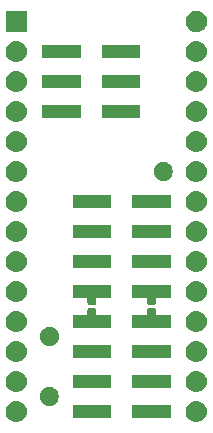
<source format=gbs>
G04 #@! TF.GenerationSoftware,KiCad,Pcbnew,(5.1.4-0-10_14)*
G04 #@! TF.CreationDate,2019-09-22T15:54:42+02:00*
G04 #@! TF.ProjectId,TinyFPGA-UP,54696e79-4650-4474-912d-55502e6b6963,A*
G04 #@! TF.SameCoordinates,Original*
G04 #@! TF.FileFunction,Soldermask,Bot*
G04 #@! TF.FilePolarity,Negative*
%FSLAX46Y46*%
G04 Gerber Fmt 4.6, Leading zero omitted, Abs format (unit mm)*
G04 Created by KiCad (PCBNEW (5.1.4-0-10_14)) date 2019-09-22 15:54:42*
%MOMM*%
%LPD*%
G04 APERTURE LIST*
%ADD10C,0.100000*%
G04 APERTURE END LIST*
D10*
G36*
X158932584Y-129931333D02*
G01*
X158932587Y-129931334D01*
X158932588Y-129931334D01*
X159102389Y-129982843D01*
X159149861Y-130008217D01*
X159258881Y-130066489D01*
X159396044Y-130179056D01*
X159508611Y-130316219D01*
X159566883Y-130425239D01*
X159592257Y-130472711D01*
X159643766Y-130642512D01*
X159643767Y-130642516D01*
X159661159Y-130819100D01*
X159643767Y-130995684D01*
X159643766Y-130995687D01*
X159643766Y-130995688D01*
X159592257Y-131165489D01*
X159592256Y-131165490D01*
X159508611Y-131321981D01*
X159396044Y-131459144D01*
X159258881Y-131571711D01*
X159149861Y-131629983D01*
X159102389Y-131655357D01*
X158932588Y-131706866D01*
X158932587Y-131706866D01*
X158932584Y-131706867D01*
X158800255Y-131719900D01*
X158711745Y-131719900D01*
X158579416Y-131706867D01*
X158579413Y-131706866D01*
X158579412Y-131706866D01*
X158409611Y-131655357D01*
X158362139Y-131629983D01*
X158253119Y-131571711D01*
X158115956Y-131459144D01*
X158003389Y-131321981D01*
X157919744Y-131165490D01*
X157919743Y-131165489D01*
X157868234Y-130995688D01*
X157868234Y-130995687D01*
X157868233Y-130995684D01*
X157850841Y-130819100D01*
X157868233Y-130642516D01*
X157868234Y-130642512D01*
X157919743Y-130472711D01*
X157945117Y-130425239D01*
X158003389Y-130316219D01*
X158115956Y-130179056D01*
X158253119Y-130066489D01*
X158362139Y-130008217D01*
X158409611Y-129982843D01*
X158579412Y-129931334D01*
X158579413Y-129931334D01*
X158579416Y-129931333D01*
X158711745Y-129918300D01*
X158800255Y-129918300D01*
X158932584Y-129931333D01*
X158932584Y-129931333D01*
G37*
G36*
X143692584Y-129931333D02*
G01*
X143692587Y-129931334D01*
X143692588Y-129931334D01*
X143862389Y-129982843D01*
X143909861Y-130008217D01*
X144018881Y-130066489D01*
X144156044Y-130179056D01*
X144268611Y-130316219D01*
X144326883Y-130425239D01*
X144352257Y-130472711D01*
X144403766Y-130642512D01*
X144403767Y-130642516D01*
X144421159Y-130819100D01*
X144403767Y-130995684D01*
X144403766Y-130995687D01*
X144403766Y-130995688D01*
X144352257Y-131165489D01*
X144352256Y-131165490D01*
X144268611Y-131321981D01*
X144156044Y-131459144D01*
X144018881Y-131571711D01*
X143909861Y-131629983D01*
X143862389Y-131655357D01*
X143692588Y-131706866D01*
X143692587Y-131706866D01*
X143692584Y-131706867D01*
X143560255Y-131719900D01*
X143471745Y-131719900D01*
X143339416Y-131706867D01*
X143339413Y-131706866D01*
X143339412Y-131706866D01*
X143169611Y-131655357D01*
X143122139Y-131629983D01*
X143013119Y-131571711D01*
X142875956Y-131459144D01*
X142763389Y-131321981D01*
X142679744Y-131165490D01*
X142679743Y-131165489D01*
X142628234Y-130995688D01*
X142628234Y-130995687D01*
X142628233Y-130995684D01*
X142610841Y-130819100D01*
X142628233Y-130642516D01*
X142628234Y-130642512D01*
X142679743Y-130472711D01*
X142705117Y-130425239D01*
X142763389Y-130316219D01*
X142875956Y-130179056D01*
X143013119Y-130066489D01*
X143122139Y-130008217D01*
X143169611Y-129982843D01*
X143339412Y-129931334D01*
X143339413Y-129931334D01*
X143339416Y-129931333D01*
X143471745Y-129918300D01*
X143560255Y-129918300D01*
X143692584Y-129931333D01*
X143692584Y-129931333D01*
G37*
G36*
X156581800Y-131369900D02*
G01*
X153330200Y-131369900D01*
X153330200Y-130268300D01*
X156581800Y-130268300D01*
X156581800Y-131369900D01*
X156581800Y-131369900D01*
G37*
G36*
X151531800Y-131369900D02*
G01*
X148280200Y-131369900D01*
X148280200Y-130268300D01*
X151531800Y-130268300D01*
X151531800Y-131369900D01*
X151531800Y-131369900D01*
G37*
G36*
X146543585Y-128779074D02*
G01*
X146689322Y-128839439D01*
X146820482Y-128927078D01*
X146932022Y-129038618D01*
X147019661Y-129169778D01*
X147080026Y-129315515D01*
X147110800Y-129470228D01*
X147110800Y-129627972D01*
X147080026Y-129782685D01*
X147019661Y-129928422D01*
X146932022Y-130059582D01*
X146820482Y-130171122D01*
X146689322Y-130258761D01*
X146543585Y-130319126D01*
X146388872Y-130349900D01*
X146231128Y-130349900D01*
X146076415Y-130319126D01*
X145930678Y-130258761D01*
X145799518Y-130171122D01*
X145687978Y-130059582D01*
X145600339Y-129928422D01*
X145539974Y-129782685D01*
X145509200Y-129627972D01*
X145509200Y-129470228D01*
X145539974Y-129315515D01*
X145600339Y-129169778D01*
X145687978Y-129038618D01*
X145799518Y-128927078D01*
X145930678Y-128839439D01*
X146076415Y-128779074D01*
X146231128Y-128748300D01*
X146388872Y-128748300D01*
X146543585Y-128779074D01*
X146543585Y-128779074D01*
G37*
G36*
X158932584Y-127391333D02*
G01*
X158932587Y-127391334D01*
X158932588Y-127391334D01*
X159102389Y-127442843D01*
X159149861Y-127468217D01*
X159258881Y-127526489D01*
X159396044Y-127639056D01*
X159508611Y-127776219D01*
X159566883Y-127885239D01*
X159592257Y-127932711D01*
X159643766Y-128102512D01*
X159643767Y-128102516D01*
X159661159Y-128279100D01*
X159643767Y-128455684D01*
X159643766Y-128455687D01*
X159643766Y-128455688D01*
X159592257Y-128625489D01*
X159592256Y-128625490D01*
X159508611Y-128781981D01*
X159396044Y-128919144D01*
X159258881Y-129031711D01*
X159149861Y-129089983D01*
X159102389Y-129115357D01*
X158932588Y-129166866D01*
X158932587Y-129166866D01*
X158932584Y-129166867D01*
X158800255Y-129179900D01*
X158711745Y-129179900D01*
X158579416Y-129166867D01*
X158579413Y-129166866D01*
X158579412Y-129166866D01*
X158409611Y-129115357D01*
X158362139Y-129089983D01*
X158253119Y-129031711D01*
X158115956Y-128919144D01*
X158003389Y-128781981D01*
X157919744Y-128625490D01*
X157919743Y-128625489D01*
X157868234Y-128455688D01*
X157868234Y-128455687D01*
X157868233Y-128455684D01*
X157850841Y-128279100D01*
X157868233Y-128102516D01*
X157868234Y-128102512D01*
X157919743Y-127932711D01*
X157945117Y-127885239D01*
X158003389Y-127776219D01*
X158115956Y-127639056D01*
X158253119Y-127526489D01*
X158362139Y-127468217D01*
X158409611Y-127442843D01*
X158579412Y-127391334D01*
X158579413Y-127391334D01*
X158579416Y-127391333D01*
X158711745Y-127378300D01*
X158800255Y-127378300D01*
X158932584Y-127391333D01*
X158932584Y-127391333D01*
G37*
G36*
X143692584Y-127391333D02*
G01*
X143692587Y-127391334D01*
X143692588Y-127391334D01*
X143862389Y-127442843D01*
X143909861Y-127468217D01*
X144018881Y-127526489D01*
X144156044Y-127639056D01*
X144268611Y-127776219D01*
X144326883Y-127885239D01*
X144352257Y-127932711D01*
X144403766Y-128102512D01*
X144403767Y-128102516D01*
X144421159Y-128279100D01*
X144403767Y-128455684D01*
X144403766Y-128455687D01*
X144403766Y-128455688D01*
X144352257Y-128625489D01*
X144352256Y-128625490D01*
X144268611Y-128781981D01*
X144156044Y-128919144D01*
X144018881Y-129031711D01*
X143909861Y-129089983D01*
X143862389Y-129115357D01*
X143692588Y-129166866D01*
X143692587Y-129166866D01*
X143692584Y-129166867D01*
X143560255Y-129179900D01*
X143471745Y-129179900D01*
X143339416Y-129166867D01*
X143339413Y-129166866D01*
X143339412Y-129166866D01*
X143169611Y-129115357D01*
X143122139Y-129089983D01*
X143013119Y-129031711D01*
X142875956Y-128919144D01*
X142763389Y-128781981D01*
X142679744Y-128625490D01*
X142679743Y-128625489D01*
X142628234Y-128455688D01*
X142628234Y-128455687D01*
X142628233Y-128455684D01*
X142610841Y-128279100D01*
X142628233Y-128102516D01*
X142628234Y-128102512D01*
X142679743Y-127932711D01*
X142705117Y-127885239D01*
X142763389Y-127776219D01*
X142875956Y-127639056D01*
X143013119Y-127526489D01*
X143122139Y-127468217D01*
X143169611Y-127442843D01*
X143339412Y-127391334D01*
X143339413Y-127391334D01*
X143339416Y-127391333D01*
X143471745Y-127378300D01*
X143560255Y-127378300D01*
X143692584Y-127391333D01*
X143692584Y-127391333D01*
G37*
G36*
X156581800Y-128829900D02*
G01*
X153330200Y-128829900D01*
X153330200Y-127728300D01*
X156581800Y-127728300D01*
X156581800Y-128829900D01*
X156581800Y-128829900D01*
G37*
G36*
X151531800Y-128829900D02*
G01*
X148280200Y-128829900D01*
X148280200Y-127728300D01*
X151531800Y-127728300D01*
X151531800Y-128829900D01*
X151531800Y-128829900D01*
G37*
G36*
X143692584Y-124851333D02*
G01*
X143692587Y-124851334D01*
X143692588Y-124851334D01*
X143862389Y-124902843D01*
X143909861Y-124928217D01*
X144018881Y-124986489D01*
X144156044Y-125099056D01*
X144268611Y-125236219D01*
X144326883Y-125345239D01*
X144352257Y-125392711D01*
X144403766Y-125562512D01*
X144403767Y-125562516D01*
X144421159Y-125739100D01*
X144403767Y-125915684D01*
X144403766Y-125915687D01*
X144403766Y-125915688D01*
X144352257Y-126085489D01*
X144352256Y-126085490D01*
X144268611Y-126241981D01*
X144156044Y-126379144D01*
X144018881Y-126491711D01*
X143909861Y-126549983D01*
X143862389Y-126575357D01*
X143692588Y-126626866D01*
X143692587Y-126626866D01*
X143692584Y-126626867D01*
X143560255Y-126639900D01*
X143471745Y-126639900D01*
X143339416Y-126626867D01*
X143339413Y-126626866D01*
X143339412Y-126626866D01*
X143169611Y-126575357D01*
X143122139Y-126549983D01*
X143013119Y-126491711D01*
X142875956Y-126379144D01*
X142763389Y-126241981D01*
X142679744Y-126085490D01*
X142679743Y-126085489D01*
X142628234Y-125915688D01*
X142628234Y-125915687D01*
X142628233Y-125915684D01*
X142610841Y-125739100D01*
X142628233Y-125562516D01*
X142628234Y-125562512D01*
X142679743Y-125392711D01*
X142705117Y-125345239D01*
X142763389Y-125236219D01*
X142875956Y-125099056D01*
X143013119Y-124986489D01*
X143122139Y-124928217D01*
X143169611Y-124902843D01*
X143339412Y-124851334D01*
X143339413Y-124851334D01*
X143339416Y-124851333D01*
X143471745Y-124838300D01*
X143560255Y-124838300D01*
X143692584Y-124851333D01*
X143692584Y-124851333D01*
G37*
G36*
X158932584Y-124851333D02*
G01*
X158932587Y-124851334D01*
X158932588Y-124851334D01*
X159102389Y-124902843D01*
X159149861Y-124928217D01*
X159258881Y-124986489D01*
X159396044Y-125099056D01*
X159508611Y-125236219D01*
X159566883Y-125345239D01*
X159592257Y-125392711D01*
X159643766Y-125562512D01*
X159643767Y-125562516D01*
X159661159Y-125739100D01*
X159643767Y-125915684D01*
X159643766Y-125915687D01*
X159643766Y-125915688D01*
X159592257Y-126085489D01*
X159592256Y-126085490D01*
X159508611Y-126241981D01*
X159396044Y-126379144D01*
X159258881Y-126491711D01*
X159149861Y-126549983D01*
X159102389Y-126575357D01*
X158932588Y-126626866D01*
X158932587Y-126626866D01*
X158932584Y-126626867D01*
X158800255Y-126639900D01*
X158711745Y-126639900D01*
X158579416Y-126626867D01*
X158579413Y-126626866D01*
X158579412Y-126626866D01*
X158409611Y-126575357D01*
X158362139Y-126549983D01*
X158253119Y-126491711D01*
X158115956Y-126379144D01*
X158003389Y-126241981D01*
X157919744Y-126085490D01*
X157919743Y-126085489D01*
X157868234Y-125915688D01*
X157868234Y-125915687D01*
X157868233Y-125915684D01*
X157850841Y-125739100D01*
X157868233Y-125562516D01*
X157868234Y-125562512D01*
X157919743Y-125392711D01*
X157945117Y-125345239D01*
X158003389Y-125236219D01*
X158115956Y-125099056D01*
X158253119Y-124986489D01*
X158362139Y-124928217D01*
X158409611Y-124902843D01*
X158579412Y-124851334D01*
X158579413Y-124851334D01*
X158579416Y-124851333D01*
X158711745Y-124838300D01*
X158800255Y-124838300D01*
X158932584Y-124851333D01*
X158932584Y-124851333D01*
G37*
G36*
X156581800Y-126289900D02*
G01*
X153330200Y-126289900D01*
X153330200Y-125188300D01*
X156581800Y-125188300D01*
X156581800Y-126289900D01*
X156581800Y-126289900D01*
G37*
G36*
X151531800Y-126289900D02*
G01*
X148280200Y-126289900D01*
X148280200Y-125188300D01*
X151531800Y-125188300D01*
X151531800Y-126289900D01*
X151531800Y-126289900D01*
G37*
G36*
X146563585Y-123699884D02*
G01*
X146709322Y-123760249D01*
X146840482Y-123847888D01*
X146952022Y-123959428D01*
X147039661Y-124090588D01*
X147100026Y-124236325D01*
X147130800Y-124391038D01*
X147130800Y-124548782D01*
X147100026Y-124703495D01*
X147039661Y-124849232D01*
X146952022Y-124980392D01*
X146840482Y-125091932D01*
X146709322Y-125179571D01*
X146572559Y-125236219D01*
X146563585Y-125239936D01*
X146408872Y-125270710D01*
X146251128Y-125270710D01*
X146096415Y-125239936D01*
X146087441Y-125236219D01*
X145950678Y-125179571D01*
X145819518Y-125091932D01*
X145707978Y-124980392D01*
X145620339Y-124849232D01*
X145559974Y-124703495D01*
X145529200Y-124548782D01*
X145529200Y-124391038D01*
X145559974Y-124236325D01*
X145620339Y-124090588D01*
X145707978Y-123959428D01*
X145819518Y-123847888D01*
X145950678Y-123760249D01*
X146096415Y-123699884D01*
X146251128Y-123669110D01*
X146408872Y-123669110D01*
X146563585Y-123699884D01*
X146563585Y-123699884D01*
G37*
G36*
X158932584Y-122311333D02*
G01*
X158932587Y-122311334D01*
X158932588Y-122311334D01*
X159102389Y-122362843D01*
X159149861Y-122388217D01*
X159258881Y-122446489D01*
X159396044Y-122559056D01*
X159508611Y-122696219D01*
X159566883Y-122805239D01*
X159592257Y-122852711D01*
X159643766Y-123022512D01*
X159643767Y-123022516D01*
X159661159Y-123199100D01*
X159643767Y-123375684D01*
X159643766Y-123375687D01*
X159643766Y-123375688D01*
X159592257Y-123545489D01*
X159592256Y-123545490D01*
X159508611Y-123701981D01*
X159396044Y-123839144D01*
X159258881Y-123951711D01*
X159149861Y-124009983D01*
X159102389Y-124035357D01*
X158932588Y-124086866D01*
X158932587Y-124086866D01*
X158932584Y-124086867D01*
X158800255Y-124099900D01*
X158711745Y-124099900D01*
X158579416Y-124086867D01*
X158579413Y-124086866D01*
X158579412Y-124086866D01*
X158409611Y-124035357D01*
X158362139Y-124009983D01*
X158253119Y-123951711D01*
X158115956Y-123839144D01*
X158003389Y-123701981D01*
X157919744Y-123545490D01*
X157919743Y-123545489D01*
X157868234Y-123375688D01*
X157868234Y-123375687D01*
X157868233Y-123375684D01*
X157850841Y-123199100D01*
X157868233Y-123022516D01*
X157868234Y-123022512D01*
X157919743Y-122852711D01*
X157945117Y-122805239D01*
X158003389Y-122696219D01*
X158115956Y-122559056D01*
X158253119Y-122446489D01*
X158362139Y-122388217D01*
X158409611Y-122362843D01*
X158579412Y-122311334D01*
X158579413Y-122311334D01*
X158579416Y-122311333D01*
X158711745Y-122298300D01*
X158800255Y-122298300D01*
X158932584Y-122311333D01*
X158932584Y-122311333D01*
G37*
G36*
X143692584Y-122311333D02*
G01*
X143692587Y-122311334D01*
X143692588Y-122311334D01*
X143862389Y-122362843D01*
X143909861Y-122388217D01*
X144018881Y-122446489D01*
X144156044Y-122559056D01*
X144268611Y-122696219D01*
X144326883Y-122805239D01*
X144352257Y-122852711D01*
X144403766Y-123022512D01*
X144403767Y-123022516D01*
X144421159Y-123199100D01*
X144403767Y-123375684D01*
X144403766Y-123375687D01*
X144403766Y-123375688D01*
X144352257Y-123545489D01*
X144352256Y-123545490D01*
X144268611Y-123701981D01*
X144156044Y-123839144D01*
X144018881Y-123951711D01*
X143909861Y-124009983D01*
X143862389Y-124035357D01*
X143692588Y-124086866D01*
X143692587Y-124086866D01*
X143692584Y-124086867D01*
X143560255Y-124099900D01*
X143471745Y-124099900D01*
X143339416Y-124086867D01*
X143339413Y-124086866D01*
X143339412Y-124086866D01*
X143169611Y-124035357D01*
X143122139Y-124009983D01*
X143013119Y-123951711D01*
X142875956Y-123839144D01*
X142763389Y-123701981D01*
X142679744Y-123545490D01*
X142679743Y-123545489D01*
X142628234Y-123375688D01*
X142628234Y-123375687D01*
X142628233Y-123375684D01*
X142610841Y-123199100D01*
X142628233Y-123022516D01*
X142628234Y-123022512D01*
X142679743Y-122852711D01*
X142705117Y-122805239D01*
X142763389Y-122696219D01*
X142875956Y-122559056D01*
X143013119Y-122446489D01*
X143122139Y-122388217D01*
X143169611Y-122362843D01*
X143339412Y-122311334D01*
X143339413Y-122311334D01*
X143339416Y-122311333D01*
X143471745Y-122298300D01*
X143560255Y-122298300D01*
X143692584Y-122311333D01*
X143692584Y-122311333D01*
G37*
G36*
X150162027Y-122072275D02*
G01*
X150189650Y-122080654D01*
X150215113Y-122094264D01*
X150237425Y-122112575D01*
X150255736Y-122134887D01*
X150269346Y-122160350D01*
X150277725Y-122187973D01*
X150280800Y-122219191D01*
X150280800Y-122597501D01*
X150281776Y-122607411D01*
X150284667Y-122616941D01*
X150289361Y-122625723D01*
X150295679Y-122633421D01*
X150303377Y-122639739D01*
X150312159Y-122644433D01*
X150321689Y-122647324D01*
X150331599Y-122648300D01*
X151531800Y-122648300D01*
X151531800Y-123749900D01*
X148280200Y-123749900D01*
X148280200Y-122648300D01*
X149488401Y-122648300D01*
X149498311Y-122647324D01*
X149507841Y-122644433D01*
X149516623Y-122639739D01*
X149524321Y-122633421D01*
X149530639Y-122625723D01*
X149535333Y-122616941D01*
X149538224Y-122607411D01*
X149539200Y-122597501D01*
X149539200Y-122219191D01*
X149542275Y-122187973D01*
X149550654Y-122160350D01*
X149564264Y-122134887D01*
X149582575Y-122112575D01*
X149604887Y-122094264D01*
X149630350Y-122080654D01*
X149657973Y-122072275D01*
X149689191Y-122069200D01*
X150130809Y-122069200D01*
X150162027Y-122072275D01*
X150162027Y-122072275D01*
G37*
G36*
X155212027Y-122072275D02*
G01*
X155239650Y-122080654D01*
X155265113Y-122094264D01*
X155287425Y-122112575D01*
X155305736Y-122134887D01*
X155319346Y-122160350D01*
X155327725Y-122187973D01*
X155330800Y-122219191D01*
X155330800Y-122597501D01*
X155331776Y-122607411D01*
X155334667Y-122616941D01*
X155339361Y-122625723D01*
X155345679Y-122633421D01*
X155353377Y-122639739D01*
X155362159Y-122644433D01*
X155371689Y-122647324D01*
X155381599Y-122648300D01*
X156581800Y-122648300D01*
X156581800Y-123749900D01*
X153330200Y-123749900D01*
X153330200Y-122648300D01*
X154538401Y-122648300D01*
X154548311Y-122647324D01*
X154557841Y-122644433D01*
X154566623Y-122639739D01*
X154574321Y-122633421D01*
X154580639Y-122625723D01*
X154585333Y-122616941D01*
X154588224Y-122607411D01*
X154589200Y-122597501D01*
X154589200Y-122219191D01*
X154592275Y-122187973D01*
X154600654Y-122160350D01*
X154614264Y-122134887D01*
X154632575Y-122112575D01*
X154654887Y-122094264D01*
X154680350Y-122080654D01*
X154707973Y-122072275D01*
X154739191Y-122069200D01*
X155180809Y-122069200D01*
X155212027Y-122072275D01*
X155212027Y-122072275D01*
G37*
G36*
X151531800Y-121209900D02*
G01*
X150331599Y-121209900D01*
X150321689Y-121210876D01*
X150312159Y-121213767D01*
X150303377Y-121218461D01*
X150295679Y-121224779D01*
X150289361Y-121232477D01*
X150284667Y-121241259D01*
X150281776Y-121250789D01*
X150280800Y-121260699D01*
X150280800Y-121640809D01*
X150277725Y-121672027D01*
X150269346Y-121699650D01*
X150255736Y-121725113D01*
X150237425Y-121747425D01*
X150215113Y-121765736D01*
X150189650Y-121779346D01*
X150162027Y-121787725D01*
X150130809Y-121790800D01*
X149689191Y-121790800D01*
X149657973Y-121787725D01*
X149630350Y-121779346D01*
X149604887Y-121765736D01*
X149582575Y-121747425D01*
X149564264Y-121725113D01*
X149550654Y-121699650D01*
X149542275Y-121672027D01*
X149539200Y-121640809D01*
X149539200Y-121260699D01*
X149538224Y-121250789D01*
X149535333Y-121241259D01*
X149530639Y-121232477D01*
X149524321Y-121224779D01*
X149516623Y-121218461D01*
X149507841Y-121213767D01*
X149498311Y-121210876D01*
X149488401Y-121209900D01*
X148280200Y-121209900D01*
X148280200Y-120108300D01*
X151531800Y-120108300D01*
X151531800Y-121209900D01*
X151531800Y-121209900D01*
G37*
G36*
X156581800Y-121209900D02*
G01*
X155381599Y-121209900D01*
X155371689Y-121210876D01*
X155362159Y-121213767D01*
X155353377Y-121218461D01*
X155345679Y-121224779D01*
X155339361Y-121232477D01*
X155334667Y-121241259D01*
X155331776Y-121250789D01*
X155330800Y-121260699D01*
X155330800Y-121640809D01*
X155327725Y-121672027D01*
X155319346Y-121699650D01*
X155305736Y-121725113D01*
X155287425Y-121747425D01*
X155265113Y-121765736D01*
X155239650Y-121779346D01*
X155212027Y-121787725D01*
X155180809Y-121790800D01*
X154739191Y-121790800D01*
X154707973Y-121787725D01*
X154680350Y-121779346D01*
X154654887Y-121765736D01*
X154632575Y-121747425D01*
X154614264Y-121725113D01*
X154600654Y-121699650D01*
X154592275Y-121672027D01*
X154589200Y-121640809D01*
X154589200Y-121260699D01*
X154588224Y-121250789D01*
X154585333Y-121241259D01*
X154580639Y-121232477D01*
X154574321Y-121224779D01*
X154566623Y-121218461D01*
X154557841Y-121213767D01*
X154548311Y-121210876D01*
X154538401Y-121209900D01*
X153330200Y-121209900D01*
X153330200Y-120108300D01*
X156581800Y-120108300D01*
X156581800Y-121209900D01*
X156581800Y-121209900D01*
G37*
G36*
X158932584Y-119771333D02*
G01*
X158932587Y-119771334D01*
X158932588Y-119771334D01*
X159102389Y-119822843D01*
X159149861Y-119848217D01*
X159258881Y-119906489D01*
X159396044Y-120019056D01*
X159508611Y-120156219D01*
X159566883Y-120265239D01*
X159592257Y-120312711D01*
X159643766Y-120482512D01*
X159643767Y-120482516D01*
X159661159Y-120659100D01*
X159643767Y-120835684D01*
X159643766Y-120835687D01*
X159643766Y-120835688D01*
X159592257Y-121005489D01*
X159592256Y-121005490D01*
X159508611Y-121161981D01*
X159396044Y-121299144D01*
X159258881Y-121411711D01*
X159149861Y-121469983D01*
X159102389Y-121495357D01*
X158932588Y-121546866D01*
X158932587Y-121546866D01*
X158932584Y-121546867D01*
X158800255Y-121559900D01*
X158711745Y-121559900D01*
X158579416Y-121546867D01*
X158579413Y-121546866D01*
X158579412Y-121546866D01*
X158409611Y-121495357D01*
X158362139Y-121469983D01*
X158253119Y-121411711D01*
X158115956Y-121299144D01*
X158003389Y-121161981D01*
X157919744Y-121005490D01*
X157919743Y-121005489D01*
X157868234Y-120835688D01*
X157868234Y-120835687D01*
X157868233Y-120835684D01*
X157850841Y-120659100D01*
X157868233Y-120482516D01*
X157868234Y-120482512D01*
X157919743Y-120312711D01*
X157945117Y-120265239D01*
X158003389Y-120156219D01*
X158115956Y-120019056D01*
X158253119Y-119906489D01*
X158362139Y-119848217D01*
X158409611Y-119822843D01*
X158579412Y-119771334D01*
X158579413Y-119771334D01*
X158579416Y-119771333D01*
X158711745Y-119758300D01*
X158800255Y-119758300D01*
X158932584Y-119771333D01*
X158932584Y-119771333D01*
G37*
G36*
X143692584Y-119771333D02*
G01*
X143692587Y-119771334D01*
X143692588Y-119771334D01*
X143862389Y-119822843D01*
X143909861Y-119848217D01*
X144018881Y-119906489D01*
X144156044Y-120019056D01*
X144268611Y-120156219D01*
X144326883Y-120265239D01*
X144352257Y-120312711D01*
X144403766Y-120482512D01*
X144403767Y-120482516D01*
X144421159Y-120659100D01*
X144403767Y-120835684D01*
X144403766Y-120835687D01*
X144403766Y-120835688D01*
X144352257Y-121005489D01*
X144352256Y-121005490D01*
X144268611Y-121161981D01*
X144156044Y-121299144D01*
X144018881Y-121411711D01*
X143909861Y-121469983D01*
X143862389Y-121495357D01*
X143692588Y-121546866D01*
X143692587Y-121546866D01*
X143692584Y-121546867D01*
X143560255Y-121559900D01*
X143471745Y-121559900D01*
X143339416Y-121546867D01*
X143339413Y-121546866D01*
X143339412Y-121546866D01*
X143169611Y-121495357D01*
X143122139Y-121469983D01*
X143013119Y-121411711D01*
X142875956Y-121299144D01*
X142763389Y-121161981D01*
X142679744Y-121005490D01*
X142679743Y-121005489D01*
X142628234Y-120835688D01*
X142628234Y-120835687D01*
X142628233Y-120835684D01*
X142610841Y-120659100D01*
X142628233Y-120482516D01*
X142628234Y-120482512D01*
X142679743Y-120312711D01*
X142705117Y-120265239D01*
X142763389Y-120156219D01*
X142875956Y-120019056D01*
X143013119Y-119906489D01*
X143122139Y-119848217D01*
X143169611Y-119822843D01*
X143339412Y-119771334D01*
X143339413Y-119771334D01*
X143339416Y-119771333D01*
X143471745Y-119758300D01*
X143560255Y-119758300D01*
X143692584Y-119771333D01*
X143692584Y-119771333D01*
G37*
G36*
X158932584Y-117231333D02*
G01*
X158932587Y-117231334D01*
X158932588Y-117231334D01*
X159102389Y-117282843D01*
X159149861Y-117308217D01*
X159258881Y-117366489D01*
X159396044Y-117479056D01*
X159508611Y-117616219D01*
X159566883Y-117725239D01*
X159592257Y-117772711D01*
X159643766Y-117942512D01*
X159643767Y-117942516D01*
X159661159Y-118119100D01*
X159643767Y-118295684D01*
X159643766Y-118295687D01*
X159643766Y-118295688D01*
X159592257Y-118465489D01*
X159592256Y-118465490D01*
X159508611Y-118621981D01*
X159396044Y-118759144D01*
X159258881Y-118871711D01*
X159149861Y-118929983D01*
X159102389Y-118955357D01*
X158932588Y-119006866D01*
X158932587Y-119006866D01*
X158932584Y-119006867D01*
X158800255Y-119019900D01*
X158711745Y-119019900D01*
X158579416Y-119006867D01*
X158579413Y-119006866D01*
X158579412Y-119006866D01*
X158409611Y-118955357D01*
X158362139Y-118929983D01*
X158253119Y-118871711D01*
X158115956Y-118759144D01*
X158003389Y-118621981D01*
X157919744Y-118465490D01*
X157919743Y-118465489D01*
X157868234Y-118295688D01*
X157868234Y-118295687D01*
X157868233Y-118295684D01*
X157850841Y-118119100D01*
X157868233Y-117942516D01*
X157868234Y-117942512D01*
X157919743Y-117772711D01*
X157945117Y-117725239D01*
X158003389Y-117616219D01*
X158115956Y-117479056D01*
X158253119Y-117366489D01*
X158362139Y-117308217D01*
X158409611Y-117282843D01*
X158579412Y-117231334D01*
X158579413Y-117231334D01*
X158579416Y-117231333D01*
X158711745Y-117218300D01*
X158800255Y-117218300D01*
X158932584Y-117231333D01*
X158932584Y-117231333D01*
G37*
G36*
X143692584Y-117231333D02*
G01*
X143692587Y-117231334D01*
X143692588Y-117231334D01*
X143862389Y-117282843D01*
X143909861Y-117308217D01*
X144018881Y-117366489D01*
X144156044Y-117479056D01*
X144268611Y-117616219D01*
X144326883Y-117725239D01*
X144352257Y-117772711D01*
X144403766Y-117942512D01*
X144403767Y-117942516D01*
X144421159Y-118119100D01*
X144403767Y-118295684D01*
X144403766Y-118295687D01*
X144403766Y-118295688D01*
X144352257Y-118465489D01*
X144352256Y-118465490D01*
X144268611Y-118621981D01*
X144156044Y-118759144D01*
X144018881Y-118871711D01*
X143909861Y-118929983D01*
X143862389Y-118955357D01*
X143692588Y-119006866D01*
X143692587Y-119006866D01*
X143692584Y-119006867D01*
X143560255Y-119019900D01*
X143471745Y-119019900D01*
X143339416Y-119006867D01*
X143339413Y-119006866D01*
X143339412Y-119006866D01*
X143169611Y-118955357D01*
X143122139Y-118929983D01*
X143013119Y-118871711D01*
X142875956Y-118759144D01*
X142763389Y-118621981D01*
X142679744Y-118465490D01*
X142679743Y-118465489D01*
X142628234Y-118295688D01*
X142628234Y-118295687D01*
X142628233Y-118295684D01*
X142610841Y-118119100D01*
X142628233Y-117942516D01*
X142628234Y-117942512D01*
X142679743Y-117772711D01*
X142705117Y-117725239D01*
X142763389Y-117616219D01*
X142875956Y-117479056D01*
X143013119Y-117366489D01*
X143122139Y-117308217D01*
X143169611Y-117282843D01*
X143339412Y-117231334D01*
X143339413Y-117231334D01*
X143339416Y-117231333D01*
X143471745Y-117218300D01*
X143560255Y-117218300D01*
X143692584Y-117231333D01*
X143692584Y-117231333D01*
G37*
G36*
X151531800Y-118669900D02*
G01*
X148280200Y-118669900D01*
X148280200Y-117568300D01*
X151531800Y-117568300D01*
X151531800Y-118669900D01*
X151531800Y-118669900D01*
G37*
G36*
X156581800Y-118669900D02*
G01*
X153330200Y-118669900D01*
X153330200Y-117568300D01*
X156581800Y-117568300D01*
X156581800Y-118669900D01*
X156581800Y-118669900D01*
G37*
G36*
X143692584Y-114691333D02*
G01*
X143692587Y-114691334D01*
X143692588Y-114691334D01*
X143862389Y-114742843D01*
X143909861Y-114768217D01*
X144018881Y-114826489D01*
X144156044Y-114939056D01*
X144268611Y-115076219D01*
X144326883Y-115185239D01*
X144352257Y-115232711D01*
X144403766Y-115402512D01*
X144403767Y-115402516D01*
X144421159Y-115579100D01*
X144403767Y-115755684D01*
X144403766Y-115755687D01*
X144403766Y-115755688D01*
X144352257Y-115925489D01*
X144352256Y-115925490D01*
X144268611Y-116081981D01*
X144156044Y-116219144D01*
X144018881Y-116331711D01*
X143909861Y-116389983D01*
X143862389Y-116415357D01*
X143692588Y-116466866D01*
X143692587Y-116466866D01*
X143692584Y-116466867D01*
X143560255Y-116479900D01*
X143471745Y-116479900D01*
X143339416Y-116466867D01*
X143339413Y-116466866D01*
X143339412Y-116466866D01*
X143169611Y-116415357D01*
X143122139Y-116389983D01*
X143013119Y-116331711D01*
X142875956Y-116219144D01*
X142763389Y-116081981D01*
X142679744Y-115925490D01*
X142679743Y-115925489D01*
X142628234Y-115755688D01*
X142628234Y-115755687D01*
X142628233Y-115755684D01*
X142610841Y-115579100D01*
X142628233Y-115402516D01*
X142628234Y-115402512D01*
X142679743Y-115232711D01*
X142705117Y-115185239D01*
X142763389Y-115076219D01*
X142875956Y-114939056D01*
X143013119Y-114826489D01*
X143122139Y-114768217D01*
X143169611Y-114742843D01*
X143339412Y-114691334D01*
X143339413Y-114691334D01*
X143339416Y-114691333D01*
X143471745Y-114678300D01*
X143560255Y-114678300D01*
X143692584Y-114691333D01*
X143692584Y-114691333D01*
G37*
G36*
X158932584Y-114691333D02*
G01*
X158932587Y-114691334D01*
X158932588Y-114691334D01*
X159102389Y-114742843D01*
X159149861Y-114768217D01*
X159258881Y-114826489D01*
X159396044Y-114939056D01*
X159508611Y-115076219D01*
X159566883Y-115185239D01*
X159592257Y-115232711D01*
X159643766Y-115402512D01*
X159643767Y-115402516D01*
X159661159Y-115579100D01*
X159643767Y-115755684D01*
X159643766Y-115755687D01*
X159643766Y-115755688D01*
X159592257Y-115925489D01*
X159592256Y-115925490D01*
X159508611Y-116081981D01*
X159396044Y-116219144D01*
X159258881Y-116331711D01*
X159149861Y-116389983D01*
X159102389Y-116415357D01*
X158932588Y-116466866D01*
X158932587Y-116466866D01*
X158932584Y-116466867D01*
X158800255Y-116479900D01*
X158711745Y-116479900D01*
X158579416Y-116466867D01*
X158579413Y-116466866D01*
X158579412Y-116466866D01*
X158409611Y-116415357D01*
X158362139Y-116389983D01*
X158253119Y-116331711D01*
X158115956Y-116219144D01*
X158003389Y-116081981D01*
X157919744Y-115925490D01*
X157919743Y-115925489D01*
X157868234Y-115755688D01*
X157868234Y-115755687D01*
X157868233Y-115755684D01*
X157850841Y-115579100D01*
X157868233Y-115402516D01*
X157868234Y-115402512D01*
X157919743Y-115232711D01*
X157945117Y-115185239D01*
X158003389Y-115076219D01*
X158115956Y-114939056D01*
X158253119Y-114826489D01*
X158362139Y-114768217D01*
X158409611Y-114742843D01*
X158579412Y-114691334D01*
X158579413Y-114691334D01*
X158579416Y-114691333D01*
X158711745Y-114678300D01*
X158800255Y-114678300D01*
X158932584Y-114691333D01*
X158932584Y-114691333D01*
G37*
G36*
X156581800Y-116129900D02*
G01*
X153330200Y-116129900D01*
X153330200Y-115028300D01*
X156581800Y-115028300D01*
X156581800Y-116129900D01*
X156581800Y-116129900D01*
G37*
G36*
X151531800Y-116129900D02*
G01*
X148280200Y-116129900D01*
X148280200Y-115028300D01*
X151531800Y-115028300D01*
X151531800Y-116129900D01*
X151531800Y-116129900D01*
G37*
G36*
X158932584Y-112151333D02*
G01*
X158932587Y-112151334D01*
X158932588Y-112151334D01*
X159102389Y-112202843D01*
X159149861Y-112228217D01*
X159258881Y-112286489D01*
X159396044Y-112399056D01*
X159508611Y-112536219D01*
X159566883Y-112645239D01*
X159592257Y-112692711D01*
X159643766Y-112862512D01*
X159643767Y-112862516D01*
X159661159Y-113039100D01*
X159643767Y-113215684D01*
X159643766Y-113215687D01*
X159643766Y-113215688D01*
X159592257Y-113385489D01*
X159592256Y-113385490D01*
X159508611Y-113541981D01*
X159396044Y-113679144D01*
X159258881Y-113791711D01*
X159149861Y-113849983D01*
X159102389Y-113875357D01*
X158932588Y-113926866D01*
X158932587Y-113926866D01*
X158932584Y-113926867D01*
X158800255Y-113939900D01*
X158711745Y-113939900D01*
X158579416Y-113926867D01*
X158579413Y-113926866D01*
X158579412Y-113926866D01*
X158409611Y-113875357D01*
X158362139Y-113849983D01*
X158253119Y-113791711D01*
X158115956Y-113679144D01*
X158003389Y-113541981D01*
X157919744Y-113385490D01*
X157919743Y-113385489D01*
X157868234Y-113215688D01*
X157868234Y-113215687D01*
X157868233Y-113215684D01*
X157850841Y-113039100D01*
X157868233Y-112862516D01*
X157868234Y-112862512D01*
X157919743Y-112692711D01*
X157945117Y-112645239D01*
X158003389Y-112536219D01*
X158115956Y-112399056D01*
X158253119Y-112286489D01*
X158362139Y-112228217D01*
X158409611Y-112202843D01*
X158579412Y-112151334D01*
X158579413Y-112151334D01*
X158579416Y-112151333D01*
X158711745Y-112138300D01*
X158800255Y-112138300D01*
X158932584Y-112151333D01*
X158932584Y-112151333D01*
G37*
G36*
X143692584Y-112151333D02*
G01*
X143692587Y-112151334D01*
X143692588Y-112151334D01*
X143862389Y-112202843D01*
X143909861Y-112228217D01*
X144018881Y-112286489D01*
X144156044Y-112399056D01*
X144268611Y-112536219D01*
X144326883Y-112645239D01*
X144352257Y-112692711D01*
X144403766Y-112862512D01*
X144403767Y-112862516D01*
X144421159Y-113039100D01*
X144403767Y-113215684D01*
X144403766Y-113215687D01*
X144403766Y-113215688D01*
X144352257Y-113385489D01*
X144352256Y-113385490D01*
X144268611Y-113541981D01*
X144156044Y-113679144D01*
X144018881Y-113791711D01*
X143909861Y-113849983D01*
X143862389Y-113875357D01*
X143692588Y-113926866D01*
X143692587Y-113926866D01*
X143692584Y-113926867D01*
X143560255Y-113939900D01*
X143471745Y-113939900D01*
X143339416Y-113926867D01*
X143339413Y-113926866D01*
X143339412Y-113926866D01*
X143169611Y-113875357D01*
X143122139Y-113849983D01*
X143013119Y-113791711D01*
X142875956Y-113679144D01*
X142763389Y-113541981D01*
X142679744Y-113385490D01*
X142679743Y-113385489D01*
X142628234Y-113215688D01*
X142628234Y-113215687D01*
X142628233Y-113215684D01*
X142610841Y-113039100D01*
X142628233Y-112862516D01*
X142628234Y-112862512D01*
X142679743Y-112692711D01*
X142705117Y-112645239D01*
X142763389Y-112536219D01*
X142875956Y-112399056D01*
X143013119Y-112286489D01*
X143122139Y-112228217D01*
X143169611Y-112202843D01*
X143339412Y-112151334D01*
X143339413Y-112151334D01*
X143339416Y-112151333D01*
X143471745Y-112138300D01*
X143560255Y-112138300D01*
X143692584Y-112151333D01*
X143692584Y-112151333D01*
G37*
G36*
X156581800Y-113589900D02*
G01*
X153330200Y-113589900D01*
X153330200Y-112488300D01*
X156581800Y-112488300D01*
X156581800Y-113589900D01*
X156581800Y-113589900D01*
G37*
G36*
X151531800Y-113589900D02*
G01*
X148280200Y-113589900D01*
X148280200Y-112488300D01*
X151531800Y-112488300D01*
X151531800Y-113589900D01*
X151531800Y-113589900D01*
G37*
G36*
X143692584Y-109611333D02*
G01*
X143692587Y-109611334D01*
X143692588Y-109611334D01*
X143862389Y-109662843D01*
X143909861Y-109688217D01*
X144018881Y-109746489D01*
X144156044Y-109859056D01*
X144268611Y-109996219D01*
X144326883Y-110105239D01*
X144352257Y-110152711D01*
X144386476Y-110265515D01*
X144403767Y-110322516D01*
X144421159Y-110499100D01*
X144403767Y-110675684D01*
X144403766Y-110675687D01*
X144403766Y-110675688D01*
X144352257Y-110845489D01*
X144352256Y-110845490D01*
X144268611Y-111001981D01*
X144156044Y-111139144D01*
X144018881Y-111251711D01*
X143928724Y-111299900D01*
X143862389Y-111335357D01*
X143692588Y-111386866D01*
X143692587Y-111386866D01*
X143692584Y-111386867D01*
X143560255Y-111399900D01*
X143471745Y-111399900D01*
X143339416Y-111386867D01*
X143339413Y-111386866D01*
X143339412Y-111386866D01*
X143169611Y-111335357D01*
X143103276Y-111299900D01*
X143013119Y-111251711D01*
X142875956Y-111139144D01*
X142763389Y-111001981D01*
X142679744Y-110845490D01*
X142679743Y-110845489D01*
X142628234Y-110675688D01*
X142628234Y-110675687D01*
X142628233Y-110675684D01*
X142610841Y-110499100D01*
X142628233Y-110322516D01*
X142645524Y-110265515D01*
X142679743Y-110152711D01*
X142705117Y-110105239D01*
X142763389Y-109996219D01*
X142875956Y-109859056D01*
X143013119Y-109746489D01*
X143122139Y-109688217D01*
X143169611Y-109662843D01*
X143339412Y-109611334D01*
X143339413Y-109611334D01*
X143339416Y-109611333D01*
X143471745Y-109598300D01*
X143560255Y-109598300D01*
X143692584Y-109611333D01*
X143692584Y-109611333D01*
G37*
G36*
X158932584Y-109611333D02*
G01*
X158932587Y-109611334D01*
X158932588Y-109611334D01*
X159102389Y-109662843D01*
X159149861Y-109688217D01*
X159258881Y-109746489D01*
X159396044Y-109859056D01*
X159508611Y-109996219D01*
X159566883Y-110105239D01*
X159592257Y-110152711D01*
X159626476Y-110265515D01*
X159643767Y-110322516D01*
X159661159Y-110499100D01*
X159643767Y-110675684D01*
X159643766Y-110675687D01*
X159643766Y-110675688D01*
X159592257Y-110845489D01*
X159592256Y-110845490D01*
X159508611Y-111001981D01*
X159396044Y-111139144D01*
X159258881Y-111251711D01*
X159168724Y-111299900D01*
X159102389Y-111335357D01*
X158932588Y-111386866D01*
X158932587Y-111386866D01*
X158932584Y-111386867D01*
X158800255Y-111399900D01*
X158711745Y-111399900D01*
X158579416Y-111386867D01*
X158579413Y-111386866D01*
X158579412Y-111386866D01*
X158409611Y-111335357D01*
X158343276Y-111299900D01*
X158253119Y-111251711D01*
X158115956Y-111139144D01*
X158003389Y-111001981D01*
X157919744Y-110845490D01*
X157919743Y-110845489D01*
X157868234Y-110675688D01*
X157868234Y-110675687D01*
X157868233Y-110675684D01*
X157850841Y-110499100D01*
X157868233Y-110322516D01*
X157885524Y-110265515D01*
X157919743Y-110152711D01*
X157945117Y-110105239D01*
X158003389Y-109996219D01*
X158115956Y-109859056D01*
X158253119Y-109746489D01*
X158362139Y-109688217D01*
X158409611Y-109662843D01*
X158579412Y-109611334D01*
X158579413Y-109611334D01*
X158579416Y-109611333D01*
X158711745Y-109598300D01*
X158800255Y-109598300D01*
X158932584Y-109611333D01*
X158932584Y-109611333D01*
G37*
G36*
X156195585Y-109729074D02*
G01*
X156341322Y-109789439D01*
X156472482Y-109877078D01*
X156584022Y-109988618D01*
X156671661Y-110119778D01*
X156732026Y-110265515D01*
X156762800Y-110420228D01*
X156762800Y-110577972D01*
X156732026Y-110732685D01*
X156671661Y-110878422D01*
X156584022Y-111009582D01*
X156472482Y-111121122D01*
X156341322Y-111208761D01*
X156195585Y-111269126D01*
X156040872Y-111299900D01*
X155883128Y-111299900D01*
X155728415Y-111269126D01*
X155582678Y-111208761D01*
X155451518Y-111121122D01*
X155339978Y-111009582D01*
X155252339Y-110878422D01*
X155191974Y-110732685D01*
X155161200Y-110577972D01*
X155161200Y-110420228D01*
X155191974Y-110265515D01*
X155252339Y-110119778D01*
X155339978Y-109988618D01*
X155451518Y-109877078D01*
X155582678Y-109789439D01*
X155728415Y-109729074D01*
X155883128Y-109698300D01*
X156040872Y-109698300D01*
X156195585Y-109729074D01*
X156195585Y-109729074D01*
G37*
G36*
X143692584Y-107071333D02*
G01*
X143692587Y-107071334D01*
X143692588Y-107071334D01*
X143862389Y-107122843D01*
X143909861Y-107148217D01*
X144018881Y-107206489D01*
X144156044Y-107319056D01*
X144268611Y-107456219D01*
X144326883Y-107565239D01*
X144352257Y-107612711D01*
X144403766Y-107782512D01*
X144403767Y-107782516D01*
X144421159Y-107959100D01*
X144403767Y-108135684D01*
X144403766Y-108135687D01*
X144403766Y-108135688D01*
X144352257Y-108305489D01*
X144352256Y-108305490D01*
X144268611Y-108461981D01*
X144156044Y-108599144D01*
X144018881Y-108711711D01*
X143909861Y-108769983D01*
X143862389Y-108795357D01*
X143692588Y-108846866D01*
X143692587Y-108846866D01*
X143692584Y-108846867D01*
X143560255Y-108859900D01*
X143471745Y-108859900D01*
X143339416Y-108846867D01*
X143339413Y-108846866D01*
X143339412Y-108846866D01*
X143169611Y-108795357D01*
X143122139Y-108769983D01*
X143013119Y-108711711D01*
X142875956Y-108599144D01*
X142763389Y-108461981D01*
X142679744Y-108305490D01*
X142679743Y-108305489D01*
X142628234Y-108135688D01*
X142628234Y-108135687D01*
X142628233Y-108135684D01*
X142610841Y-107959100D01*
X142628233Y-107782516D01*
X142628234Y-107782512D01*
X142679743Y-107612711D01*
X142705117Y-107565239D01*
X142763389Y-107456219D01*
X142875956Y-107319056D01*
X143013119Y-107206489D01*
X143122139Y-107148217D01*
X143169611Y-107122843D01*
X143339412Y-107071334D01*
X143339413Y-107071334D01*
X143339416Y-107071333D01*
X143471745Y-107058300D01*
X143560255Y-107058300D01*
X143692584Y-107071333D01*
X143692584Y-107071333D01*
G37*
G36*
X158932584Y-107071333D02*
G01*
X158932587Y-107071334D01*
X158932588Y-107071334D01*
X159102389Y-107122843D01*
X159149861Y-107148217D01*
X159258881Y-107206489D01*
X159396044Y-107319056D01*
X159508611Y-107456219D01*
X159566883Y-107565239D01*
X159592257Y-107612711D01*
X159643766Y-107782512D01*
X159643767Y-107782516D01*
X159661159Y-107959100D01*
X159643767Y-108135684D01*
X159643766Y-108135687D01*
X159643766Y-108135688D01*
X159592257Y-108305489D01*
X159592256Y-108305490D01*
X159508611Y-108461981D01*
X159396044Y-108599144D01*
X159258881Y-108711711D01*
X159149861Y-108769983D01*
X159102389Y-108795357D01*
X158932588Y-108846866D01*
X158932587Y-108846866D01*
X158932584Y-108846867D01*
X158800255Y-108859900D01*
X158711745Y-108859900D01*
X158579416Y-108846867D01*
X158579413Y-108846866D01*
X158579412Y-108846866D01*
X158409611Y-108795357D01*
X158362139Y-108769983D01*
X158253119Y-108711711D01*
X158115956Y-108599144D01*
X158003389Y-108461981D01*
X157919744Y-108305490D01*
X157919743Y-108305489D01*
X157868234Y-108135688D01*
X157868234Y-108135687D01*
X157868233Y-108135684D01*
X157850841Y-107959100D01*
X157868233Y-107782516D01*
X157868234Y-107782512D01*
X157919743Y-107612711D01*
X157945117Y-107565239D01*
X158003389Y-107456219D01*
X158115956Y-107319056D01*
X158253119Y-107206489D01*
X158362139Y-107148217D01*
X158409611Y-107122843D01*
X158579412Y-107071334D01*
X158579413Y-107071334D01*
X158579416Y-107071333D01*
X158711745Y-107058300D01*
X158800255Y-107058300D01*
X158932584Y-107071333D01*
X158932584Y-107071333D01*
G37*
G36*
X158932584Y-104531333D02*
G01*
X158932587Y-104531334D01*
X158932588Y-104531334D01*
X159102389Y-104582843D01*
X159149861Y-104608217D01*
X159258881Y-104666489D01*
X159396044Y-104779056D01*
X159508611Y-104916219D01*
X159566883Y-105025239D01*
X159592257Y-105072711D01*
X159643766Y-105242512D01*
X159643767Y-105242516D01*
X159661159Y-105419100D01*
X159643767Y-105595684D01*
X159643766Y-105595687D01*
X159643766Y-105595688D01*
X159592257Y-105765489D01*
X159592256Y-105765490D01*
X159508611Y-105921981D01*
X159396044Y-106059144D01*
X159258881Y-106171711D01*
X159149861Y-106229983D01*
X159102389Y-106255357D01*
X158932588Y-106306866D01*
X158932587Y-106306866D01*
X158932584Y-106306867D01*
X158800255Y-106319900D01*
X158711745Y-106319900D01*
X158579416Y-106306867D01*
X158579413Y-106306866D01*
X158579412Y-106306866D01*
X158409611Y-106255357D01*
X158362139Y-106229983D01*
X158253119Y-106171711D01*
X158115956Y-106059144D01*
X158003389Y-105921981D01*
X157919744Y-105765490D01*
X157919743Y-105765489D01*
X157868234Y-105595688D01*
X157868234Y-105595687D01*
X157868233Y-105595684D01*
X157850841Y-105419100D01*
X157868233Y-105242516D01*
X157868234Y-105242512D01*
X157919743Y-105072711D01*
X157945117Y-105025239D01*
X158003389Y-104916219D01*
X158115956Y-104779056D01*
X158253119Y-104666489D01*
X158362139Y-104608217D01*
X158409611Y-104582843D01*
X158579412Y-104531334D01*
X158579413Y-104531334D01*
X158579416Y-104531333D01*
X158711745Y-104518300D01*
X158800255Y-104518300D01*
X158932584Y-104531333D01*
X158932584Y-104531333D01*
G37*
G36*
X143692584Y-104531333D02*
G01*
X143692587Y-104531334D01*
X143692588Y-104531334D01*
X143862389Y-104582843D01*
X143909861Y-104608217D01*
X144018881Y-104666489D01*
X144156044Y-104779056D01*
X144268611Y-104916219D01*
X144326883Y-105025239D01*
X144352257Y-105072711D01*
X144403766Y-105242512D01*
X144403767Y-105242516D01*
X144421159Y-105419100D01*
X144403767Y-105595684D01*
X144403766Y-105595687D01*
X144403766Y-105595688D01*
X144352257Y-105765489D01*
X144352256Y-105765490D01*
X144268611Y-105921981D01*
X144156044Y-106059144D01*
X144018881Y-106171711D01*
X143909861Y-106229983D01*
X143862389Y-106255357D01*
X143692588Y-106306866D01*
X143692587Y-106306866D01*
X143692584Y-106306867D01*
X143560255Y-106319900D01*
X143471745Y-106319900D01*
X143339416Y-106306867D01*
X143339413Y-106306866D01*
X143339412Y-106306866D01*
X143169611Y-106255357D01*
X143122139Y-106229983D01*
X143013119Y-106171711D01*
X142875956Y-106059144D01*
X142763389Y-105921981D01*
X142679744Y-105765490D01*
X142679743Y-105765489D01*
X142628234Y-105595688D01*
X142628234Y-105595687D01*
X142628233Y-105595684D01*
X142610841Y-105419100D01*
X142628233Y-105242516D01*
X142628234Y-105242512D01*
X142679743Y-105072711D01*
X142705117Y-105025239D01*
X142763389Y-104916219D01*
X142875956Y-104779056D01*
X143013119Y-104666489D01*
X143122139Y-104608217D01*
X143169611Y-104582843D01*
X143339412Y-104531334D01*
X143339413Y-104531334D01*
X143339416Y-104531333D01*
X143471745Y-104518300D01*
X143560255Y-104518300D01*
X143692584Y-104531333D01*
X143692584Y-104531333D01*
G37*
G36*
X148951800Y-105969900D02*
G01*
X145700200Y-105969900D01*
X145700200Y-104868300D01*
X148951800Y-104868300D01*
X148951800Y-105969900D01*
X148951800Y-105969900D01*
G37*
G36*
X154001800Y-105969900D02*
G01*
X150750200Y-105969900D01*
X150750200Y-104868300D01*
X154001800Y-104868300D01*
X154001800Y-105969900D01*
X154001800Y-105969900D01*
G37*
G36*
X158932584Y-101991333D02*
G01*
X158932587Y-101991334D01*
X158932588Y-101991334D01*
X159102389Y-102042843D01*
X159149861Y-102068217D01*
X159258881Y-102126489D01*
X159396044Y-102239056D01*
X159508611Y-102376219D01*
X159566883Y-102485239D01*
X159592257Y-102532711D01*
X159643766Y-102702512D01*
X159643767Y-102702516D01*
X159661159Y-102879100D01*
X159643767Y-103055684D01*
X159643766Y-103055687D01*
X159643766Y-103055688D01*
X159592257Y-103225489D01*
X159592256Y-103225490D01*
X159508611Y-103381981D01*
X159396044Y-103519144D01*
X159258881Y-103631711D01*
X159149861Y-103689983D01*
X159102389Y-103715357D01*
X158932588Y-103766866D01*
X158932587Y-103766866D01*
X158932584Y-103766867D01*
X158800255Y-103779900D01*
X158711745Y-103779900D01*
X158579416Y-103766867D01*
X158579413Y-103766866D01*
X158579412Y-103766866D01*
X158409611Y-103715357D01*
X158362139Y-103689983D01*
X158253119Y-103631711D01*
X158115956Y-103519144D01*
X158003389Y-103381981D01*
X157919744Y-103225490D01*
X157919743Y-103225489D01*
X157868234Y-103055688D01*
X157868234Y-103055687D01*
X157868233Y-103055684D01*
X157850841Y-102879100D01*
X157868233Y-102702516D01*
X157868234Y-102702512D01*
X157919743Y-102532711D01*
X157945117Y-102485239D01*
X158003389Y-102376219D01*
X158115956Y-102239056D01*
X158253119Y-102126489D01*
X158362139Y-102068217D01*
X158409611Y-102042843D01*
X158579412Y-101991334D01*
X158579413Y-101991334D01*
X158579416Y-101991333D01*
X158711745Y-101978300D01*
X158800255Y-101978300D01*
X158932584Y-101991333D01*
X158932584Y-101991333D01*
G37*
G36*
X143692584Y-101991333D02*
G01*
X143692587Y-101991334D01*
X143692588Y-101991334D01*
X143862389Y-102042843D01*
X143909861Y-102068217D01*
X144018881Y-102126489D01*
X144156044Y-102239056D01*
X144268611Y-102376219D01*
X144326883Y-102485239D01*
X144352257Y-102532711D01*
X144403766Y-102702512D01*
X144403767Y-102702516D01*
X144421159Y-102879100D01*
X144403767Y-103055684D01*
X144403766Y-103055687D01*
X144403766Y-103055688D01*
X144352257Y-103225489D01*
X144352256Y-103225490D01*
X144268611Y-103381981D01*
X144156044Y-103519144D01*
X144018881Y-103631711D01*
X143909861Y-103689983D01*
X143862389Y-103715357D01*
X143692588Y-103766866D01*
X143692587Y-103766866D01*
X143692584Y-103766867D01*
X143560255Y-103779900D01*
X143471745Y-103779900D01*
X143339416Y-103766867D01*
X143339413Y-103766866D01*
X143339412Y-103766866D01*
X143169611Y-103715357D01*
X143122139Y-103689983D01*
X143013119Y-103631711D01*
X142875956Y-103519144D01*
X142763389Y-103381981D01*
X142679744Y-103225490D01*
X142679743Y-103225489D01*
X142628234Y-103055688D01*
X142628234Y-103055687D01*
X142628233Y-103055684D01*
X142610841Y-102879100D01*
X142628233Y-102702516D01*
X142628234Y-102702512D01*
X142679743Y-102532711D01*
X142705117Y-102485239D01*
X142763389Y-102376219D01*
X142875956Y-102239056D01*
X143013119Y-102126489D01*
X143122139Y-102068217D01*
X143169611Y-102042843D01*
X143339412Y-101991334D01*
X143339413Y-101991334D01*
X143339416Y-101991333D01*
X143471745Y-101978300D01*
X143560255Y-101978300D01*
X143692584Y-101991333D01*
X143692584Y-101991333D01*
G37*
G36*
X148951800Y-103429900D02*
G01*
X145700200Y-103429900D01*
X145700200Y-102328300D01*
X148951800Y-102328300D01*
X148951800Y-103429900D01*
X148951800Y-103429900D01*
G37*
G36*
X154001800Y-103429900D02*
G01*
X150750200Y-103429900D01*
X150750200Y-102328300D01*
X154001800Y-102328300D01*
X154001800Y-103429900D01*
X154001800Y-103429900D01*
G37*
G36*
X143692584Y-99451333D02*
G01*
X143692587Y-99451334D01*
X143692588Y-99451334D01*
X143862389Y-99502843D01*
X143909861Y-99528217D01*
X144018881Y-99586489D01*
X144156044Y-99699056D01*
X144268611Y-99836219D01*
X144326883Y-99945239D01*
X144352257Y-99992711D01*
X144403766Y-100162512D01*
X144403767Y-100162516D01*
X144421159Y-100339100D01*
X144403767Y-100515684D01*
X144403766Y-100515687D01*
X144403766Y-100515688D01*
X144352257Y-100685489D01*
X144352256Y-100685490D01*
X144268611Y-100841981D01*
X144156044Y-100979144D01*
X144018881Y-101091711D01*
X143909861Y-101149983D01*
X143862389Y-101175357D01*
X143692588Y-101226866D01*
X143692587Y-101226866D01*
X143692584Y-101226867D01*
X143560255Y-101239900D01*
X143471745Y-101239900D01*
X143339416Y-101226867D01*
X143339413Y-101226866D01*
X143339412Y-101226866D01*
X143169611Y-101175357D01*
X143122139Y-101149983D01*
X143013119Y-101091711D01*
X142875956Y-100979144D01*
X142763389Y-100841981D01*
X142679744Y-100685490D01*
X142679743Y-100685489D01*
X142628234Y-100515688D01*
X142628234Y-100515687D01*
X142628233Y-100515684D01*
X142610841Y-100339100D01*
X142628233Y-100162516D01*
X142628234Y-100162512D01*
X142679743Y-99992711D01*
X142705117Y-99945239D01*
X142763389Y-99836219D01*
X142875956Y-99699056D01*
X143013119Y-99586489D01*
X143122139Y-99528217D01*
X143169611Y-99502843D01*
X143339412Y-99451334D01*
X143339413Y-99451334D01*
X143339416Y-99451333D01*
X143471745Y-99438300D01*
X143560255Y-99438300D01*
X143692584Y-99451333D01*
X143692584Y-99451333D01*
G37*
G36*
X158932584Y-99451333D02*
G01*
X158932587Y-99451334D01*
X158932588Y-99451334D01*
X159102389Y-99502843D01*
X159149861Y-99528217D01*
X159258881Y-99586489D01*
X159396044Y-99699056D01*
X159508611Y-99836219D01*
X159566883Y-99945239D01*
X159592257Y-99992711D01*
X159643766Y-100162512D01*
X159643767Y-100162516D01*
X159661159Y-100339100D01*
X159643767Y-100515684D01*
X159643766Y-100515687D01*
X159643766Y-100515688D01*
X159592257Y-100685489D01*
X159592256Y-100685490D01*
X159508611Y-100841981D01*
X159396044Y-100979144D01*
X159258881Y-101091711D01*
X159149861Y-101149983D01*
X159102389Y-101175357D01*
X158932588Y-101226866D01*
X158932587Y-101226866D01*
X158932584Y-101226867D01*
X158800255Y-101239900D01*
X158711745Y-101239900D01*
X158579416Y-101226867D01*
X158579413Y-101226866D01*
X158579412Y-101226866D01*
X158409611Y-101175357D01*
X158362139Y-101149983D01*
X158253119Y-101091711D01*
X158115956Y-100979144D01*
X158003389Y-100841981D01*
X157919744Y-100685490D01*
X157919743Y-100685489D01*
X157868234Y-100515688D01*
X157868234Y-100515687D01*
X157868233Y-100515684D01*
X157850841Y-100339100D01*
X157868233Y-100162516D01*
X157868234Y-100162512D01*
X157919743Y-99992711D01*
X157945117Y-99945239D01*
X158003389Y-99836219D01*
X158115956Y-99699056D01*
X158253119Y-99586489D01*
X158362139Y-99528217D01*
X158409611Y-99502843D01*
X158579412Y-99451334D01*
X158579413Y-99451334D01*
X158579416Y-99451333D01*
X158711745Y-99438300D01*
X158800255Y-99438300D01*
X158932584Y-99451333D01*
X158932584Y-99451333D01*
G37*
G36*
X148951800Y-100889900D02*
G01*
X145700200Y-100889900D01*
X145700200Y-99788300D01*
X148951800Y-99788300D01*
X148951800Y-100889900D01*
X148951800Y-100889900D01*
G37*
G36*
X154001800Y-100889900D02*
G01*
X150750200Y-100889900D01*
X150750200Y-99788300D01*
X154001800Y-99788300D01*
X154001800Y-100889900D01*
X154001800Y-100889900D01*
G37*
G36*
X144416800Y-98699900D02*
G01*
X142615200Y-98699900D01*
X142615200Y-96898300D01*
X144416800Y-96898300D01*
X144416800Y-98699900D01*
X144416800Y-98699900D01*
G37*
G36*
X159018754Y-96932917D02*
G01*
X159182689Y-97000821D01*
X159330227Y-97099403D01*
X159455697Y-97224873D01*
X159554279Y-97372411D01*
X159622183Y-97536346D01*
X159656800Y-97710379D01*
X159656800Y-97887821D01*
X159622183Y-98061854D01*
X159554279Y-98225789D01*
X159455697Y-98373327D01*
X159330227Y-98498797D01*
X159182689Y-98597379D01*
X159018754Y-98665283D01*
X158844721Y-98699900D01*
X158667279Y-98699900D01*
X158493246Y-98665283D01*
X158329311Y-98597379D01*
X158181773Y-98498797D01*
X158056303Y-98373327D01*
X157957721Y-98225789D01*
X157889817Y-98061854D01*
X157855200Y-97887821D01*
X157855200Y-97710379D01*
X157889817Y-97536346D01*
X157957721Y-97372411D01*
X158056303Y-97224873D01*
X158181773Y-97099403D01*
X158329311Y-97000821D01*
X158493246Y-96932917D01*
X158667279Y-96898300D01*
X158844721Y-96898300D01*
X159018754Y-96932917D01*
X159018754Y-96932917D01*
G37*
M02*

</source>
